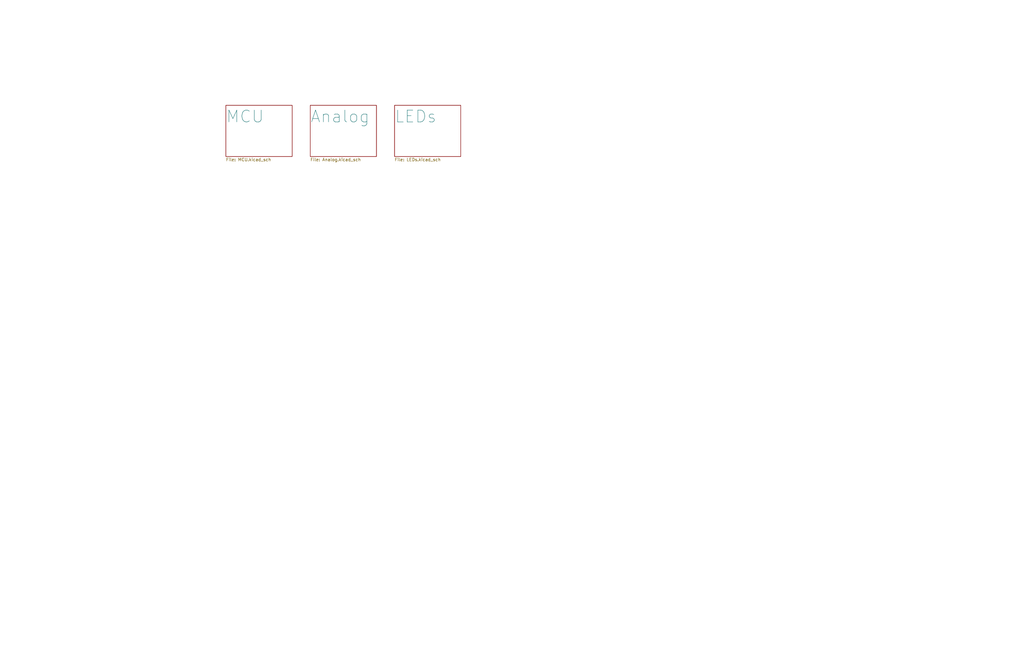
<source format=kicad_sch>
(kicad_sch (version 20230121) (generator eeschema)

  (uuid 9ad08cdb-1e36-4d28-af67-b931429b3e7d)

  (paper "B")

  (lib_symbols
  )


  (sheet (at 95.25 44.45) (size 27.94 21.59)
    (stroke (width 0.1524) (type solid))
    (fill (color 0 0 0 0.0000))
    (uuid 08ab38b5-93b2-470c-95c6-79ec854b906f)
    (property "Sheetname" "MCU" (at 95.25 52.07 0)
      (effects (font (size 5 5)) (justify left bottom))
    )
    (property "Sheetfile" "MCU.kicad_sch" (at 95.25 66.6246 0)
      (effects (font (size 1.27 1.27)) (justify left top))
    )
    (instances
      (project "rp2040_audio_spectrum"
        (path "/9ad08cdb-1e36-4d28-af67-b931429b3e7d" (page "2"))
      )
    )
  )

  (sheet (at 130.81 44.45) (size 27.94 21.59)
    (stroke (width 0.1524) (type solid))
    (fill (color 0 0 0 0.0000))
    (uuid d89245f8-1b4a-47ee-96ac-0390887c7655)
    (property "Sheetname" "Analog" (at 130.81 52.07 0)
      (effects (font (size 5 5)) (justify left bottom))
    )
    (property "Sheetfile" "Analog.kicad_sch" (at 130.81 66.6246 0)
      (effects (font (size 1.27 1.27)) (justify left top))
    )
    (instances
      (project "rp2040_audio_spectrum"
        (path "/9ad08cdb-1e36-4d28-af67-b931429b3e7d" (page "3"))
      )
    )
  )

  (sheet (at 166.37 44.45) (size 27.94 21.59)
    (stroke (width 0.1524) (type solid))
    (fill (color 0 0 0 0.0000))
    (uuid fcf41624-cc12-45d8-82f8-3bd46adeede0)
    (property "Sheetname" "LEDs" (at 166.37 52.07 0)
      (effects (font (size 5 5)) (justify left bottom))
    )
    (property "Sheetfile" "LEDs.kicad_sch" (at 166.37 66.6246 0)
      (effects (font (size 1.27 1.27)) (justify left top))
    )
    (instances
      (project "rp2040_audio_spectrum"
        (path "/9ad08cdb-1e36-4d28-af67-b931429b3e7d" (page "5"))
      )
    )
  )

  (sheet_instances
    (path "/" (page "1"))
  )
)

</source>
